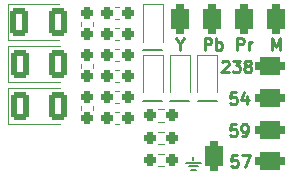
<source format=gto>
%TF.GenerationSoftware,KiCad,Pcbnew,(6.0.0-0)*%
%TF.CreationDate,2022-08-03T15:32:14+03:00*%
%TF.ProjectId,miniRGBii,6d696e69-5247-4426-9969-2e6b69636164,1.1*%
%TF.SameCoordinates,Original*%
%TF.FileFunction,Legend,Top*%
%TF.FilePolarity,Positive*%
%FSLAX46Y46*%
G04 Gerber Fmt 4.6, Leading zero omitted, Abs format (unit mm)*
G04 Created by KiCad (PCBNEW (6.0.0-0)) date 2022-08-03 15:32:14*
%MOMM*%
%LPD*%
G01*
G04 APERTURE LIST*
G04 Aperture macros list*
%AMRoundRect*
0 Rectangle with rounded corners*
0 $1 Rounding radius*
0 $2 $3 $4 $5 $6 $7 $8 $9 X,Y pos of 4 corners*
0 Add a 4 corners polygon primitive as box body*
4,1,4,$2,$3,$4,$5,$6,$7,$8,$9,$2,$3,0*
0 Add four circle primitives for the rounded corners*
1,1,$1+$1,$2,$3*
1,1,$1+$1,$4,$5*
1,1,$1+$1,$6,$7*
1,1,$1+$1,$8,$9*
0 Add four rect primitives between the rounded corners*
20,1,$1+$1,$2,$3,$4,$5,0*
20,1,$1+$1,$4,$5,$6,$7,0*
20,1,$1+$1,$6,$7,$8,$9,0*
20,1,$1+$1,$8,$9,$2,$3,0*%
G04 Aperture macros list end*
%ADD10C,0.150000*%
%ADD11C,0.250000*%
%ADD12C,0.120000*%
%ADD13RoundRect,0.237500X0.287500X0.237500X-0.287500X0.237500X-0.287500X-0.237500X0.287500X-0.237500X0*%
%ADD14RoundRect,0.237500X-0.287500X-0.237500X0.287500X-0.237500X0.287500X0.237500X-0.287500X0.237500X0*%
%ADD15RoundRect,0.237500X-0.237500X0.287500X-0.237500X-0.287500X0.237500X-0.287500X0.237500X0.287500X0*%
%ADD16R,1.000000X1.000000*%
%ADD17RoundRect,0.250001X-0.499999X-0.924999X0.499999X-0.924999X0.499999X0.924999X-0.499999X0.924999X0*%
%ADD18RoundRect,0.375000X-0.375000X-0.875000X0.375000X-0.875000X0.375000X0.875000X-0.375000X0.875000X0*%
%ADD19RoundRect,0.375000X0.875000X-0.375000X0.875000X0.375000X-0.875000X0.375000X-0.875000X-0.375000X0*%
%ADD20RoundRect,0.237500X0.250000X0.237500X-0.250000X0.237500X-0.250000X-0.237500X0.250000X-0.237500X0*%
%ADD21RoundRect,0.237500X-0.250000X-0.237500X0.250000X-0.237500X0.250000X0.237500X-0.250000X0.237500X0*%
G04 APERTURE END LIST*
D10*
X210801000Y-66436000D02*
X211601000Y-66436000D01*
X211001000Y-66736000D02*
X211401000Y-66736000D01*
X211201000Y-65636000D02*
X211201000Y-65936000D01*
X210601000Y-66136000D02*
X211801000Y-66136000D01*
X209250000Y-60922000D02*
X210850000Y-60922000D01*
X211550000Y-60922000D02*
X213150000Y-60922000D01*
X206950000Y-56622000D02*
X208550000Y-56622000D01*
X206950000Y-60922000D02*
X208550000Y-60922000D01*
D11*
X217816666Y-56574380D02*
X217816666Y-55574380D01*
X218150000Y-56288666D01*
X218483333Y-55574380D01*
X218483333Y-56574380D01*
X214811904Y-60174380D02*
X214335714Y-60174380D01*
X214288095Y-60650571D01*
X214335714Y-60602952D01*
X214430952Y-60555333D01*
X214669047Y-60555333D01*
X214764285Y-60602952D01*
X214811904Y-60650571D01*
X214859523Y-60745809D01*
X214859523Y-60983904D01*
X214811904Y-61079142D01*
X214764285Y-61126761D01*
X214669047Y-61174380D01*
X214430952Y-61174380D01*
X214335714Y-61126761D01*
X214288095Y-61079142D01*
X215716666Y-60507714D02*
X215716666Y-61174380D01*
X215478571Y-60126761D02*
X215240476Y-60841047D01*
X215859523Y-60841047D01*
X213611904Y-57569619D02*
X213659523Y-57522000D01*
X213754761Y-57474380D01*
X213992857Y-57474380D01*
X214088095Y-57522000D01*
X214135714Y-57569619D01*
X214183333Y-57664857D01*
X214183333Y-57760095D01*
X214135714Y-57902952D01*
X213564285Y-58474380D01*
X214183333Y-58474380D01*
X214516666Y-57474380D02*
X215135714Y-57474380D01*
X214802380Y-57855333D01*
X214945238Y-57855333D01*
X215040476Y-57902952D01*
X215088095Y-57950571D01*
X215135714Y-58045809D01*
X215135714Y-58283904D01*
X215088095Y-58379142D01*
X215040476Y-58426761D01*
X214945238Y-58474380D01*
X214659523Y-58474380D01*
X214564285Y-58426761D01*
X214516666Y-58379142D01*
X215707142Y-57902952D02*
X215611904Y-57855333D01*
X215564285Y-57807714D01*
X215516666Y-57712476D01*
X215516666Y-57664857D01*
X215564285Y-57569619D01*
X215611904Y-57522000D01*
X215707142Y-57474380D01*
X215897619Y-57474380D01*
X215992857Y-57522000D01*
X216040476Y-57569619D01*
X216088095Y-57664857D01*
X216088095Y-57712476D01*
X216040476Y-57807714D01*
X215992857Y-57855333D01*
X215897619Y-57902952D01*
X215707142Y-57902952D01*
X215611904Y-57950571D01*
X215564285Y-57998190D01*
X215516666Y-58093428D01*
X215516666Y-58283904D01*
X215564285Y-58379142D01*
X215611904Y-58426761D01*
X215707142Y-58474380D01*
X215897619Y-58474380D01*
X215992857Y-58426761D01*
X216040476Y-58379142D01*
X216088095Y-58283904D01*
X216088095Y-58093428D01*
X216040476Y-57998190D01*
X215992857Y-57950571D01*
X215897619Y-57902952D01*
X212135714Y-56574380D02*
X212135714Y-55574380D01*
X212516666Y-55574380D01*
X212611904Y-55622000D01*
X212659523Y-55669619D01*
X212707142Y-55764857D01*
X212707142Y-55907714D01*
X212659523Y-56002952D01*
X212611904Y-56050571D01*
X212516666Y-56098190D01*
X212135714Y-56098190D01*
X213135714Y-56574380D02*
X213135714Y-55574380D01*
X213135714Y-55955333D02*
X213230952Y-55907714D01*
X213421428Y-55907714D01*
X213516666Y-55955333D01*
X213564285Y-56002952D01*
X213611904Y-56098190D01*
X213611904Y-56383904D01*
X213564285Y-56479142D01*
X213516666Y-56526761D01*
X213421428Y-56574380D01*
X213230952Y-56574380D01*
X213135714Y-56526761D01*
X214811904Y-62874380D02*
X214335714Y-62874380D01*
X214288095Y-63350571D01*
X214335714Y-63302952D01*
X214430952Y-63255333D01*
X214669047Y-63255333D01*
X214764285Y-63302952D01*
X214811904Y-63350571D01*
X214859523Y-63445809D01*
X214859523Y-63683904D01*
X214811904Y-63779142D01*
X214764285Y-63826761D01*
X214669047Y-63874380D01*
X214430952Y-63874380D01*
X214335714Y-63826761D01*
X214288095Y-63779142D01*
X215335714Y-63874380D02*
X215526190Y-63874380D01*
X215621428Y-63826761D01*
X215669047Y-63779142D01*
X215764285Y-63636285D01*
X215811904Y-63445809D01*
X215811904Y-63064857D01*
X215764285Y-62969619D01*
X215716666Y-62922000D01*
X215621428Y-62874380D01*
X215430952Y-62874380D01*
X215335714Y-62922000D01*
X215288095Y-62969619D01*
X215240476Y-63064857D01*
X215240476Y-63302952D01*
X215288095Y-63398190D01*
X215335714Y-63445809D01*
X215430952Y-63493428D01*
X215621428Y-63493428D01*
X215716666Y-63445809D01*
X215764285Y-63398190D01*
X215811904Y-63302952D01*
X214911904Y-65474380D02*
X214435714Y-65474380D01*
X214388095Y-65950571D01*
X214435714Y-65902952D01*
X214530952Y-65855333D01*
X214769047Y-65855333D01*
X214864285Y-65902952D01*
X214911904Y-65950571D01*
X214959523Y-66045809D01*
X214959523Y-66283904D01*
X214911904Y-66379142D01*
X214864285Y-66426761D01*
X214769047Y-66474380D01*
X214530952Y-66474380D01*
X214435714Y-66426761D01*
X214388095Y-66379142D01*
X215292857Y-65474380D02*
X215959523Y-65474380D01*
X215530952Y-66474380D01*
X210050000Y-56098190D02*
X210050000Y-56574380D01*
X209716666Y-55574380D02*
X210050000Y-56098190D01*
X210383333Y-55574380D01*
X214878571Y-56574380D02*
X214878571Y-55574380D01*
X215259523Y-55574380D01*
X215354761Y-55622000D01*
X215402380Y-55669619D01*
X215450000Y-55764857D01*
X215450000Y-55907714D01*
X215402380Y-56002952D01*
X215354761Y-56050571D01*
X215259523Y-56098190D01*
X214878571Y-56098190D01*
X215878571Y-56574380D02*
X215878571Y-55907714D01*
X215878571Y-56098190D02*
X215926190Y-56002952D01*
X215973809Y-55955333D01*
X216069047Y-55907714D01*
X216164285Y-55907714D01*
D12*
X204918767Y-61858000D02*
X204576233Y-61858000D01*
X204918767Y-62878000D02*
X204576233Y-62878000D01*
X204918767Y-58288000D02*
X204576233Y-58288000D01*
X204918767Y-59308000D02*
X204576233Y-59308000D01*
X204918767Y-55766000D02*
X204576233Y-55766000D01*
X204918767Y-54746000D02*
X204576233Y-54746000D01*
X204576233Y-60058000D02*
X204918767Y-60058000D01*
X204576233Y-61078000D02*
X204918767Y-61078000D01*
X201637500Y-61296733D02*
X201637500Y-61639267D01*
X202657500Y-61296733D02*
X202657500Y-61639267D01*
X204576233Y-56488000D02*
X204918767Y-56488000D01*
X204576233Y-57508000D02*
X204918767Y-57508000D01*
X202657500Y-57726733D02*
X202657500Y-58069267D01*
X201637500Y-57726733D02*
X201637500Y-58069267D01*
X204576233Y-52946000D02*
X204918767Y-52946000D01*
X204576233Y-53966000D02*
X204918767Y-53966000D01*
X201637500Y-54184733D02*
X201637500Y-54527267D01*
X202657500Y-54184733D02*
X202657500Y-54527267D01*
X210900000Y-57022000D02*
X209200000Y-57022000D01*
X209200000Y-57022000D02*
X209200000Y-60172000D01*
X210900000Y-57022000D02*
X210900000Y-60172000D01*
X208600000Y-57022000D02*
X206900000Y-57022000D01*
X206900000Y-57022000D02*
X206900000Y-60172000D01*
X208600000Y-57022000D02*
X208600000Y-60172000D01*
X208600000Y-52722000D02*
X208600000Y-55872000D01*
X206900000Y-52722000D02*
X206900000Y-55872000D01*
X208600000Y-52722000D02*
X206900000Y-52722000D01*
X195459000Y-55739000D02*
X199844000Y-55739000D01*
X199844000Y-52719000D02*
X195459000Y-52719000D01*
X195459000Y-52719000D02*
X195459000Y-55739000D01*
X195485000Y-59831000D02*
X195485000Y-62851000D01*
X195485000Y-62851000D02*
X199870000Y-62851000D01*
X199870000Y-59831000D02*
X195485000Y-59831000D01*
X199870000Y-56275000D02*
X195485000Y-56275000D01*
X195485000Y-56275000D02*
X195485000Y-59295000D01*
X195485000Y-59295000D02*
X199870000Y-59295000D01*
X213200000Y-57022000D02*
X213200000Y-60172000D01*
X213200000Y-57022000D02*
X211500000Y-57022000D01*
X211500000Y-57022000D02*
X211500000Y-60172000D01*
X208704724Y-64544500D02*
X208195276Y-64544500D01*
X208704724Y-63499500D02*
X208195276Y-63499500D01*
X208195276Y-62644500D02*
X208704724Y-62644500D01*
X208195276Y-61599500D02*
X208704724Y-61599500D01*
X208704724Y-66444500D02*
X208195276Y-66444500D01*
X208704724Y-65399500D02*
X208195276Y-65399500D01*
%LPC*%
D13*
X203872500Y-62368000D03*
X205622500Y-62368000D03*
X203872500Y-58798000D03*
X205622500Y-58798000D03*
X203872500Y-55256000D03*
X205622500Y-55256000D03*
D14*
X205622500Y-60568000D03*
X203872500Y-60568000D03*
D15*
X202147500Y-62343000D03*
X202147500Y-60593000D03*
D14*
X205622500Y-56998000D03*
X203872500Y-56998000D03*
D15*
X202147500Y-58773000D03*
X202147500Y-57023000D03*
D14*
X205622500Y-53456000D03*
X203872500Y-53456000D03*
D15*
X202147500Y-55231000D03*
X202147500Y-53481000D03*
D16*
X210050000Y-60172000D03*
X210050000Y-57672000D03*
X207750000Y-60172000D03*
X207750000Y-57672000D03*
X207750000Y-55872000D03*
X207750000Y-53372000D03*
D17*
X199719000Y-54229000D03*
X196469000Y-54229000D03*
X199745000Y-61341000D03*
X196495000Y-61341000D03*
X199745000Y-57785000D03*
X196495000Y-57785000D03*
D16*
X212350000Y-60172000D03*
X212350000Y-57672000D03*
D18*
X218150000Y-53922000D03*
D19*
X217650000Y-60622000D03*
X217650000Y-66022000D03*
X217650000Y-63322000D03*
X217650000Y-57922000D03*
D18*
X215450000Y-53922000D03*
X212750000Y-53922000D03*
X210050000Y-53922000D03*
X212979000Y-65532000D03*
D20*
X207537500Y-64022000D03*
X209362500Y-64022000D03*
D21*
X209362500Y-62122000D03*
X207537500Y-62122000D03*
D20*
X207537500Y-65922000D03*
X209362500Y-65922000D03*
M02*

</source>
